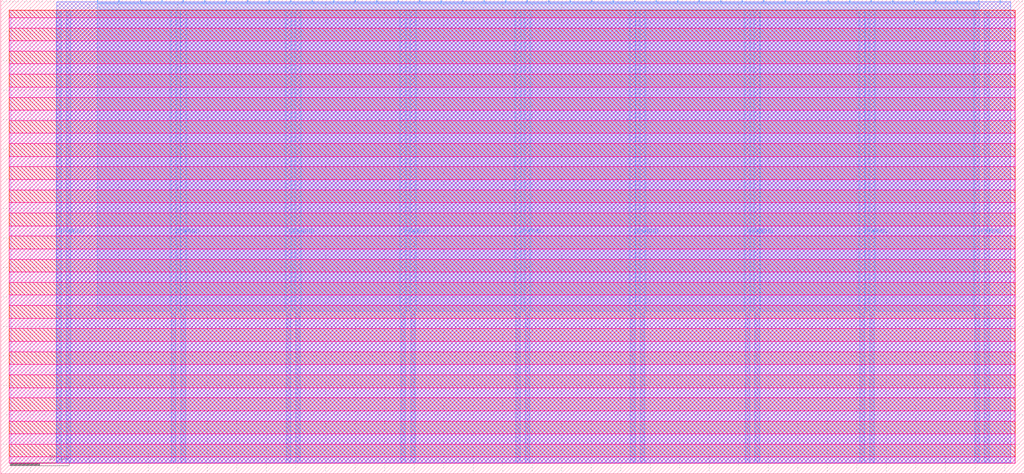
<source format=lef>
VERSION 5.7 ;
  NOWIREEXTENSIONATPIN ON ;
  DIVIDERCHAR "/" ;
  BUSBITCHARS "[]" ;
MACRO tt_um_spi_cpu_top
  CLASS BLOCK ;
  FOREIGN tt_um_spi_cpu_top ;
  ORIGIN 0.000 0.000 ;
  SIZE 346.640 BY 160.720 ;
  PIN VGND
    DIRECTION INOUT ;
    USE GROUND ;
    PORT
      LAYER Metal4 ;
        RECT 22.180 3.620 23.780 157.100 ;
    END
    PORT
      LAYER Metal4 ;
        RECT 61.050 3.620 62.650 157.100 ;
    END
    PORT
      LAYER Metal4 ;
        RECT 99.920 3.620 101.520 157.100 ;
    END
    PORT
      LAYER Metal4 ;
        RECT 138.790 3.620 140.390 157.100 ;
    END
    PORT
      LAYER Metal4 ;
        RECT 177.660 3.620 179.260 157.100 ;
    END
    PORT
      LAYER Metal4 ;
        RECT 216.530 3.620 218.130 157.100 ;
    END
    PORT
      LAYER Metal4 ;
        RECT 255.400 3.620 257.000 157.100 ;
    END
    PORT
      LAYER Metal4 ;
        RECT 294.270 3.620 295.870 157.100 ;
    END
    PORT
      LAYER Metal4 ;
        RECT 333.140 3.620 334.740 157.100 ;
    END
  END VGND
  PIN VPWR
    DIRECTION INOUT ;
    USE POWER ;
    PORT
      LAYER Metal4 ;
        RECT 18.880 3.620 20.480 157.100 ;
    END
    PORT
      LAYER Metal4 ;
        RECT 57.750 3.620 59.350 157.100 ;
    END
    PORT
      LAYER Metal4 ;
        RECT 96.620 3.620 98.220 157.100 ;
    END
    PORT
      LAYER Metal4 ;
        RECT 135.490 3.620 137.090 157.100 ;
    END
    PORT
      LAYER Metal4 ;
        RECT 174.360 3.620 175.960 157.100 ;
    END
    PORT
      LAYER Metal4 ;
        RECT 213.230 3.620 214.830 157.100 ;
    END
    PORT
      LAYER Metal4 ;
        RECT 252.100 3.620 253.700 157.100 ;
    END
    PORT
      LAYER Metal4 ;
        RECT 290.970 3.620 292.570 157.100 ;
    END
    PORT
      LAYER Metal4 ;
        RECT 329.840 3.620 331.440 157.100 ;
    END
  END VPWR
  PIN clk
    DIRECTION INPUT ;
    USE SIGNAL ;
    ANTENNAGATEAREA 4.738000 ;
    PORT
      LAYER Metal4 ;
        RECT 331.090 159.720 331.390 160.720 ;
    END
  END clk
  PIN ena
    DIRECTION INPUT ;
    USE SIGNAL ;
    PORT
      LAYER Metal4 ;
        RECT 338.370 159.720 338.670 160.720 ;
    END
  END ena
  PIN rst_n
    DIRECTION INPUT ;
    USE SIGNAL ;
    ANTENNAGATEAREA 0.396000 ;
    PORT
      LAYER Metal4 ;
        RECT 323.810 159.720 324.110 160.720 ;
    END
  END rst_n
  PIN ui_in[0]
    DIRECTION INPUT ;
    USE SIGNAL ;
    ANTENNAGATEAREA 0.396000 ;
    PORT
      LAYER Metal4 ;
        RECT 316.530 159.720 316.830 160.720 ;
    END
  END ui_in[0]
  PIN ui_in[1]
    DIRECTION INPUT ;
    USE SIGNAL ;
    ANTENNAGATEAREA 0.396000 ;
    PORT
      LAYER Metal4 ;
        RECT 309.250 159.720 309.550 160.720 ;
    END
  END ui_in[1]
  PIN ui_in[2]
    DIRECTION INPUT ;
    USE SIGNAL ;
    ANTENNAGATEAREA 0.396000 ;
    PORT
      LAYER Metal4 ;
        RECT 301.970 159.720 302.270 160.720 ;
    END
  END ui_in[2]
  PIN ui_in[3]
    DIRECTION INPUT ;
    USE SIGNAL ;
    ANTENNAGATEAREA 0.396000 ;
    PORT
      LAYER Metal4 ;
        RECT 294.690 159.720 294.990 160.720 ;
    END
  END ui_in[3]
  PIN ui_in[4]
    DIRECTION INPUT ;
    USE SIGNAL ;
    ANTENNAGATEAREA 0.396000 ;
    PORT
      LAYER Metal4 ;
        RECT 287.410 159.720 287.710 160.720 ;
    END
  END ui_in[4]
  PIN ui_in[5]
    DIRECTION INPUT ;
    USE SIGNAL ;
    ANTENNAGATEAREA 0.396000 ;
    PORT
      LAYER Metal4 ;
        RECT 280.130 159.720 280.430 160.720 ;
    END
  END ui_in[5]
  PIN ui_in[6]
    DIRECTION INPUT ;
    USE SIGNAL ;
    ANTENNAGATEAREA 0.396000 ;
    PORT
      LAYER Metal4 ;
        RECT 272.850 159.720 273.150 160.720 ;
    END
  END ui_in[6]
  PIN ui_in[7]
    DIRECTION INPUT ;
    USE SIGNAL ;
    ANTENNAGATEAREA 0.396000 ;
    PORT
      LAYER Metal4 ;
        RECT 265.570 159.720 265.870 160.720 ;
    END
  END ui_in[7]
  PIN uio_in[0]
    DIRECTION INPUT ;
    USE SIGNAL ;
    PORT
      LAYER Metal4 ;
        RECT 258.290 159.720 258.590 160.720 ;
    END
  END uio_in[0]
  PIN uio_in[1]
    DIRECTION INPUT ;
    USE SIGNAL ;
    PORT
      LAYER Metal4 ;
        RECT 251.010 159.720 251.310 160.720 ;
    END
  END uio_in[1]
  PIN uio_in[2]
    DIRECTION INPUT ;
    USE SIGNAL ;
    ANTENNAGATEAREA 0.396000 ;
    PORT
      LAYER Metal4 ;
        RECT 243.730 159.720 244.030 160.720 ;
    END
  END uio_in[2]
  PIN uio_in[3]
    DIRECTION INPUT ;
    USE SIGNAL ;
    PORT
      LAYER Metal4 ;
        RECT 236.450 159.720 236.750 160.720 ;
    END
  END uio_in[3]
  PIN uio_in[4]
    DIRECTION INPUT ;
    USE SIGNAL ;
    PORT
      LAYER Metal4 ;
        RECT 229.170 159.720 229.470 160.720 ;
    END
  END uio_in[4]
  PIN uio_in[5]
    DIRECTION INPUT ;
    USE SIGNAL ;
    PORT
      LAYER Metal4 ;
        RECT 221.890 159.720 222.190 160.720 ;
    END
  END uio_in[5]
  PIN uio_in[6]
    DIRECTION INPUT ;
    USE SIGNAL ;
    PORT
      LAYER Metal4 ;
        RECT 214.610 159.720 214.910 160.720 ;
    END
  END uio_in[6]
  PIN uio_in[7]
    DIRECTION INPUT ;
    USE SIGNAL ;
    PORT
      LAYER Metal4 ;
        RECT 207.330 159.720 207.630 160.720 ;
    END
  END uio_in[7]
  PIN uio_oe[0]
    DIRECTION OUTPUT ;
    USE SIGNAL ;
    ANTENNADIFFAREA 0.536800 ;
    PORT
      LAYER Metal4 ;
        RECT 83.570 159.720 83.870 160.720 ;
    END
  END uio_oe[0]
  PIN uio_oe[1]
    DIRECTION OUTPUT ;
    USE SIGNAL ;
    ANTENNADIFFAREA 0.536800 ;
    PORT
      LAYER Metal4 ;
        RECT 76.290 159.720 76.590 160.720 ;
    END
  END uio_oe[1]
  PIN uio_oe[2]
    DIRECTION OUTPUT ;
    USE SIGNAL ;
    ANTENNADIFFAREA 0.360800 ;
    PORT
      LAYER Metal4 ;
        RECT 69.010 159.720 69.310 160.720 ;
    END
  END uio_oe[2]
  PIN uio_oe[3]
    DIRECTION OUTPUT ;
    USE SIGNAL ;
    ANTENNADIFFAREA 0.536800 ;
    PORT
      LAYER Metal4 ;
        RECT 61.730 159.720 62.030 160.720 ;
    END
  END uio_oe[3]
  PIN uio_oe[4]
    DIRECTION OUTPUT ;
    USE SIGNAL ;
    ANTENNADIFFAREA 0.360800 ;
    PORT
      LAYER Metal4 ;
        RECT 54.450 159.720 54.750 160.720 ;
    END
  END uio_oe[4]
  PIN uio_oe[5]
    DIRECTION OUTPUT ;
    USE SIGNAL ;
    ANTENNADIFFAREA 0.360800 ;
    PORT
      LAYER Metal4 ;
        RECT 47.170 159.720 47.470 160.720 ;
    END
  END uio_oe[5]
  PIN uio_oe[6]
    DIRECTION OUTPUT ;
    USE SIGNAL ;
    ANTENNADIFFAREA 0.360800 ;
    PORT
      LAYER Metal4 ;
        RECT 39.890 159.720 40.190 160.720 ;
    END
  END uio_oe[6]
  PIN uio_oe[7]
    DIRECTION OUTPUT ;
    USE SIGNAL ;
    ANTENNADIFFAREA 0.536800 ;
    PORT
      LAYER Metal4 ;
        RECT 32.610 159.720 32.910 160.720 ;
    END
  END uio_oe[7]
  PIN uio_out[0]
    DIRECTION OUTPUT ;
    USE SIGNAL ;
    ANTENNADIFFAREA 1.986000 ;
    PORT
      LAYER Metal4 ;
        RECT 141.810 159.720 142.110 160.720 ;
    END
  END uio_out[0]
  PIN uio_out[1]
    DIRECTION OUTPUT ;
    USE SIGNAL ;
    ANTENNADIFFAREA 1.986000 ;
    PORT
      LAYER Metal4 ;
        RECT 134.530 159.720 134.830 160.720 ;
    END
  END uio_out[1]
  PIN uio_out[2]
    DIRECTION OUTPUT ;
    USE SIGNAL ;
    ANTENNADIFFAREA 0.360800 ;
    PORT
      LAYER Metal4 ;
        RECT 127.250 159.720 127.550 160.720 ;
    END
  END uio_out[2]
  PIN uio_out[3]
    DIRECTION OUTPUT ;
    USE SIGNAL ;
    ANTENNADIFFAREA 1.986000 ;
    PORT
      LAYER Metal4 ;
        RECT 119.970 159.720 120.270 160.720 ;
    END
  END uio_out[3]
  PIN uio_out[4]
    DIRECTION OUTPUT ;
    USE SIGNAL ;
    ANTENNADIFFAREA 0.360800 ;
    PORT
      LAYER Metal4 ;
        RECT 112.690 159.720 112.990 160.720 ;
    END
  END uio_out[4]
  PIN uio_out[5]
    DIRECTION OUTPUT ;
    USE SIGNAL ;
    ANTENNADIFFAREA 0.360800 ;
    PORT
      LAYER Metal4 ;
        RECT 105.410 159.720 105.710 160.720 ;
    END
  END uio_out[5]
  PIN uio_out[6]
    DIRECTION OUTPUT ;
    USE SIGNAL ;
    ANTENNADIFFAREA 0.360800 ;
    PORT
      LAYER Metal4 ;
        RECT 98.130 159.720 98.430 160.720 ;
    END
  END uio_out[6]
  PIN uio_out[7]
    DIRECTION OUTPUT ;
    USE SIGNAL ;
    ANTENNADIFFAREA 1.986000 ;
    PORT
      LAYER Metal4 ;
        RECT 90.850 159.720 91.150 160.720 ;
    END
  END uio_out[7]
  PIN uo_out[0]
    DIRECTION OUTPUT ;
    USE SIGNAL ;
    ANTENNAGATEAREA 1.102000 ;
    ANTENNADIFFAREA 2.604400 ;
    PORT
      LAYER Metal4 ;
        RECT 200.050 159.720 200.350 160.720 ;
    END
  END uo_out[0]
  PIN uo_out[1]
    DIRECTION OUTPUT ;
    USE SIGNAL ;
    ANTENNAGATEAREA 1.102000 ;
    ANTENNADIFFAREA 2.604400 ;
    PORT
      LAYER Metal4 ;
        RECT 192.770 159.720 193.070 160.720 ;
    END
  END uo_out[1]
  PIN uo_out[2]
    DIRECTION OUTPUT ;
    USE SIGNAL ;
    ANTENNAGATEAREA 1.102000 ;
    ANTENNADIFFAREA 2.604400 ;
    PORT
      LAYER Metal4 ;
        RECT 185.490 159.720 185.790 160.720 ;
    END
  END uo_out[2]
  PIN uo_out[3]
    DIRECTION OUTPUT ;
    USE SIGNAL ;
    ANTENNAGATEAREA 1.102000 ;
    ANTENNADIFFAREA 2.604400 ;
    PORT
      LAYER Metal4 ;
        RECT 178.210 159.720 178.510 160.720 ;
    END
  END uo_out[3]
  PIN uo_out[4]
    DIRECTION OUTPUT ;
    USE SIGNAL ;
    ANTENNAGATEAREA 1.102000 ;
    ANTENNADIFFAREA 2.604400 ;
    PORT
      LAYER Metal4 ;
        RECT 170.930 159.720 171.230 160.720 ;
    END
  END uo_out[4]
  PIN uo_out[5]
    DIRECTION OUTPUT ;
    USE SIGNAL ;
    ANTENNAGATEAREA 1.102000 ;
    ANTENNADIFFAREA 2.604400 ;
    PORT
      LAYER Metal4 ;
        RECT 163.650 159.720 163.950 160.720 ;
    END
  END uo_out[5]
  PIN uo_out[6]
    DIRECTION OUTPUT ;
    USE SIGNAL ;
    ANTENNAGATEAREA 1.102000 ;
    ANTENNADIFFAREA 2.604400 ;
    PORT
      LAYER Metal4 ;
        RECT 156.370 159.720 156.670 160.720 ;
    END
  END uo_out[6]
  PIN uo_out[7]
    DIRECTION OUTPUT ;
    USE SIGNAL ;
    ANTENNAGATEAREA 1.102000 ;
    ANTENNADIFFAREA 2.604400 ;
    PORT
      LAYER Metal4 ;
        RECT 149.090 159.720 149.390 160.720 ;
    END
  END uo_out[7]
  OBS
      LAYER Nwell ;
        RECT 2.930 154.640 343.710 157.230 ;
      LAYER Pwell ;
        RECT 2.930 151.120 343.710 154.640 ;
      LAYER Nwell ;
        RECT 2.930 146.800 343.710 151.120 ;
      LAYER Pwell ;
        RECT 2.930 143.280 343.710 146.800 ;
      LAYER Nwell ;
        RECT 2.930 138.960 343.710 143.280 ;
      LAYER Pwell ;
        RECT 2.930 135.440 343.710 138.960 ;
      LAYER Nwell ;
        RECT 2.930 131.120 343.710 135.440 ;
      LAYER Pwell ;
        RECT 2.930 127.600 343.710 131.120 ;
      LAYER Nwell ;
        RECT 2.930 123.280 343.710 127.600 ;
      LAYER Pwell ;
        RECT 2.930 119.760 343.710 123.280 ;
      LAYER Nwell ;
        RECT 2.930 115.440 343.710 119.760 ;
      LAYER Pwell ;
        RECT 2.930 111.920 343.710 115.440 ;
      LAYER Nwell ;
        RECT 2.930 107.600 343.710 111.920 ;
      LAYER Pwell ;
        RECT 2.930 104.080 343.710 107.600 ;
      LAYER Nwell ;
        RECT 2.930 99.760 343.710 104.080 ;
      LAYER Pwell ;
        RECT 2.930 96.240 343.710 99.760 ;
      LAYER Nwell ;
        RECT 2.930 91.920 343.710 96.240 ;
      LAYER Pwell ;
        RECT 2.930 88.400 343.710 91.920 ;
      LAYER Nwell ;
        RECT 2.930 84.080 343.710 88.400 ;
      LAYER Pwell ;
        RECT 2.930 80.560 343.710 84.080 ;
      LAYER Nwell ;
        RECT 2.930 76.240 343.710 80.560 ;
      LAYER Pwell ;
        RECT 2.930 72.720 343.710 76.240 ;
      LAYER Nwell ;
        RECT 2.930 68.400 343.710 72.720 ;
      LAYER Pwell ;
        RECT 2.930 64.880 343.710 68.400 ;
      LAYER Nwell ;
        RECT 2.930 60.560 343.710 64.880 ;
      LAYER Pwell ;
        RECT 2.930 57.040 343.710 60.560 ;
      LAYER Nwell ;
        RECT 2.930 52.720 343.710 57.040 ;
      LAYER Pwell ;
        RECT 2.930 49.200 343.710 52.720 ;
      LAYER Nwell ;
        RECT 2.930 44.880 343.710 49.200 ;
      LAYER Pwell ;
        RECT 2.930 41.360 343.710 44.880 ;
      LAYER Nwell ;
        RECT 2.930 37.040 343.710 41.360 ;
      LAYER Pwell ;
        RECT 2.930 33.520 343.710 37.040 ;
      LAYER Nwell ;
        RECT 2.930 29.200 343.710 33.520 ;
      LAYER Pwell ;
        RECT 2.930 25.680 343.710 29.200 ;
      LAYER Nwell ;
        RECT 2.930 21.360 343.710 25.680 ;
      LAYER Pwell ;
        RECT 2.930 17.840 343.710 21.360 ;
      LAYER Nwell ;
        RECT 2.930 13.520 343.710 17.840 ;
      LAYER Pwell ;
        RECT 2.930 10.000 343.710 13.520 ;
      LAYER Nwell ;
        RECT 2.930 5.680 343.710 10.000 ;
      LAYER Pwell ;
        RECT 2.930 3.490 343.710 5.680 ;
      LAYER Metal1 ;
        RECT 3.360 3.620 343.280 157.100 ;
      LAYER Metal2 ;
        RECT 19.020 3.730 342.020 160.070 ;
      LAYER Metal3 ;
        RECT 18.970 3.780 342.070 160.020 ;
      LAYER Metal4 ;
        RECT 33.210 159.420 39.590 159.720 ;
        RECT 40.490 159.420 46.870 159.720 ;
        RECT 47.770 159.420 54.150 159.720 ;
        RECT 55.050 159.420 61.430 159.720 ;
        RECT 62.330 159.420 68.710 159.720 ;
        RECT 69.610 159.420 75.990 159.720 ;
        RECT 76.890 159.420 83.270 159.720 ;
        RECT 84.170 159.420 90.550 159.720 ;
        RECT 91.450 159.420 97.830 159.720 ;
        RECT 98.730 159.420 105.110 159.720 ;
        RECT 106.010 159.420 112.390 159.720 ;
        RECT 113.290 159.420 119.670 159.720 ;
        RECT 120.570 159.420 126.950 159.720 ;
        RECT 127.850 159.420 134.230 159.720 ;
        RECT 135.130 159.420 141.510 159.720 ;
        RECT 142.410 159.420 148.790 159.720 ;
        RECT 149.690 159.420 156.070 159.720 ;
        RECT 156.970 159.420 163.350 159.720 ;
        RECT 164.250 159.420 170.630 159.720 ;
        RECT 171.530 159.420 177.910 159.720 ;
        RECT 178.810 159.420 185.190 159.720 ;
        RECT 186.090 159.420 192.470 159.720 ;
        RECT 193.370 159.420 199.750 159.720 ;
        RECT 200.650 159.420 207.030 159.720 ;
        RECT 207.930 159.420 214.310 159.720 ;
        RECT 215.210 159.420 221.590 159.720 ;
        RECT 222.490 159.420 228.870 159.720 ;
        RECT 229.770 159.420 236.150 159.720 ;
        RECT 237.050 159.420 243.430 159.720 ;
        RECT 244.330 159.420 250.710 159.720 ;
        RECT 251.610 159.420 257.990 159.720 ;
        RECT 258.890 159.420 265.270 159.720 ;
        RECT 266.170 159.420 272.550 159.720 ;
        RECT 273.450 159.420 279.830 159.720 ;
        RECT 280.730 159.420 287.110 159.720 ;
        RECT 288.010 159.420 294.390 159.720 ;
        RECT 295.290 159.420 301.670 159.720 ;
        RECT 302.570 159.420 308.950 159.720 ;
        RECT 309.850 159.420 316.230 159.720 ;
        RECT 317.130 159.420 323.510 159.720 ;
        RECT 324.410 159.420 330.790 159.720 ;
        RECT 32.620 157.400 331.380 159.420 ;
        RECT 32.620 54.970 57.450 157.400 ;
        RECT 59.650 54.970 60.750 157.400 ;
        RECT 62.950 54.970 96.320 157.400 ;
        RECT 98.520 54.970 99.620 157.400 ;
        RECT 101.820 54.970 135.190 157.400 ;
        RECT 137.390 54.970 138.490 157.400 ;
        RECT 140.690 54.970 174.060 157.400 ;
        RECT 176.260 54.970 177.360 157.400 ;
        RECT 179.560 54.970 212.930 157.400 ;
        RECT 215.130 54.970 216.230 157.400 ;
        RECT 218.430 54.970 251.800 157.400 ;
        RECT 254.000 54.970 255.100 157.400 ;
        RECT 257.300 54.970 290.670 157.400 ;
        RECT 292.870 54.970 293.970 157.400 ;
        RECT 296.170 54.970 329.540 157.400 ;
  END
END tt_um_spi_cpu_top
END LIBRARY


</source>
